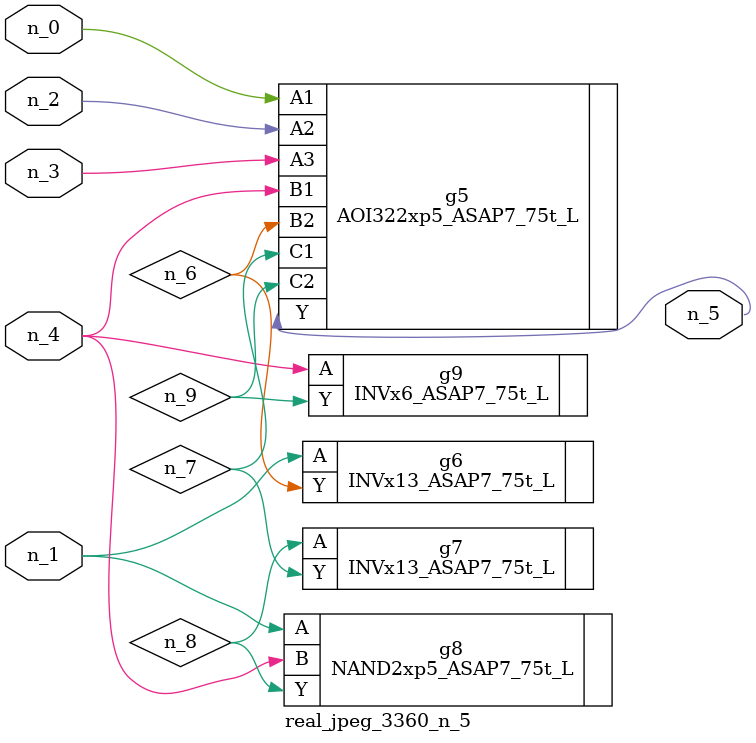
<source format=v>
module real_jpeg_3360_n_5 (n_4, n_0, n_1, n_2, n_3, n_5);

input n_4;
input n_0;
input n_1;
input n_2;
input n_3;

output n_5;

wire n_8;
wire n_6;
wire n_7;
wire n_9;

AOI322xp5_ASAP7_75t_L g5 ( 
.A1(n_0),
.A2(n_2),
.A3(n_3),
.B1(n_4),
.B2(n_6),
.C1(n_7),
.C2(n_9),
.Y(n_5)
);

INVx13_ASAP7_75t_L g6 ( 
.A(n_1),
.Y(n_6)
);

NAND2xp5_ASAP7_75t_L g8 ( 
.A(n_1),
.B(n_4),
.Y(n_8)
);

INVx6_ASAP7_75t_L g9 ( 
.A(n_4),
.Y(n_9)
);

INVx13_ASAP7_75t_L g7 ( 
.A(n_8),
.Y(n_7)
);


endmodule
</source>
